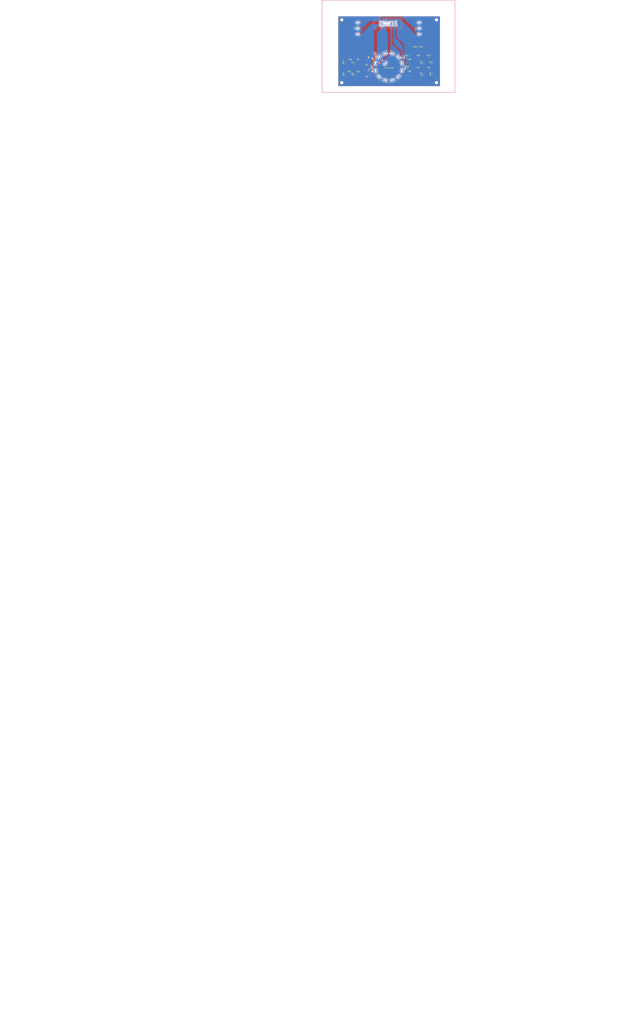
<source format=kicad_pcb>
(kicad_pcb
	(version 20240108)
	(generator "pcbnew")
	(generator_version "8.0")
	(general
		(thickness 1.6)
		(legacy_teardrops no)
	)
	(paper "A4")
	(layers
		(0 "F.Cu" signal)
		(31 "B.Cu" signal)
		(34 "B.Paste" user)
		(35 "F.Paste" user)
		(36 "B.SilkS" user "B.Silkscreen")
		(37 "F.SilkS" user "F.Silkscreen")
		(38 "B.Mask" user)
		(39 "F.Mask" user)
		(44 "Edge.Cuts" user)
		(45 "Margin" user)
		(46 "B.CrtYd" user "B.Courtyard")
		(47 "F.CrtYd" user "F.Courtyard")
		(48 "B.Fab" user)
		(49 "F.Fab" user)
	)
	(setup
		(stackup
			(layer "F.SilkS"
				(type "Top Silk Screen")
				(color "White")
			)
			(layer "F.Paste"
				(type "Top Solder Paste")
			)
			(layer "F.Mask"
				(type "Top Solder Mask")
				(color "Black")
				(thickness 0.01)
			)
			(layer "F.Cu"
				(type "copper")
				(thickness 0.035)
			)
			(layer "dielectric 1"
				(type "core")
				(thickness 1.51)
				(material "FR4")
				(epsilon_r 4.5)
				(loss_tangent 0.02)
			)
			(layer "B.Cu"
				(type "copper")
				(thickness 0.035)
			)
			(layer "B.Mask"
				(type "Bottom Solder Mask")
				(color "Black")
				(thickness 0.01)
			)
			(layer "B.Paste"
				(type "Bottom Solder Paste")
			)
			(layer "B.SilkS"
				(type "Bottom Silk Screen")
				(color "White")
			)
			(copper_finish "None")
			(dielectric_constraints yes)
		)
		(pad_to_mask_clearance 0)
		(allow_soldermask_bridges_in_footprints no)
		(aux_axis_origin 83.75 126.71)
		(grid_origin 83.75 126.71)
		(pcbplotparams
			(layerselection 0x00010fc_ffffffff)
			(plot_on_all_layers_selection 0x0000000_00000000)
			(disableapertmacros no)
			(usegerberextensions no)
			(usegerberattributes yes)
			(usegerberadvancedattributes yes)
			(creategerberjobfile yes)
			(dashed_line_dash_ratio 12.000000)
			(dashed_line_gap_ratio 3.000000)
			(svgprecision 4)
			(plotframeref no)
			(viasonmask no)
			(mode 1)
			(useauxorigin no)
			(hpglpennumber 1)
			(hpglpenspeed 20)
			(hpglpendiameter 15.000000)
			(pdf_front_fp_property_popups yes)
			(pdf_back_fp_property_popups yes)
			(dxfpolygonmode yes)
			(dxfimperialunits yes)
			(dxfusepcbnewfont yes)
			(psnegative no)
			(psa4output no)
			(plotreference yes)
			(plotvalue yes)
			(plotfptext yes)
			(plotinvisibletext no)
			(sketchpadsonfab no)
			(subtractmaskfromsilk no)
			(outputformat 1)
			(mirror no)
			(drillshape 0)
			(scaleselection 1)
			(outputdirectory "manufacturing/")
		)
	)
	(net 0 "")
	(net 1 "/ENG 1 Master")
	(net 2 "GND")
	(net 3 "/ENG 2 Master")
	(net 4 "Net-(D7-A)")
	(net 5 "Net-(D8-A)")
	(net 6 "Net-(D9-A)")
	(net 7 "Net-(D10-K)")
	(net 8 "/PWM_1")
	(net 9 "VBUS")
	(net 10 "/ENG 1 Fire")
	(net 11 "/ENG 1 Fault")
	(net 12 "/ENG 2 Fire")
	(net 13 "/ENG 2 Fault")
	(net 14 "+3V3")
	(net 15 "/MODE Start")
	(net 16 "Net-(D11-K)")
	(net 17 "Net-(D12-A)")
	(net 18 "Net-(D13-K)")
	(net 19 "Net-(D14-K)")
	(net 20 "Net-(D13-A)")
	(net 21 "Net-(D11-A)")
	(net 22 "Net-(D14-A)")
	(net 23 "Net-(D10-A)")
	(net 24 "/MODE Crank")
	(net 25 "unconnected-(SW3-Pad2)")
	(net 26 "unconnected-(SW3-Pad3)")
	(net 27 "unconnected-(SW3-Pad5)")
	(net 28 "unconnected-(SW3-Pad6)")
	(net 29 "unconnected-(SW3-Pad7)")
	(net 30 "unconnected-(SW3-Pad8)")
	(net 31 "unconnected-(SW3-Pad9)")
	(net 32 "unconnected-(SW3-Pad10)")
	(net 33 "unconnected-(SW3-Pad11)")
	(net 34 "unconnected-(SW3-Pad12)")
	(footprint "Resistor_SMD:R_0603_1608Metric" (layer "F.Cu") (at 153.15 107.31))
	(footprint "LED_SMD:LED_0603_1608Metric" (layer "F.Cu") (at 173.25 101.9225 90))
	(footprint "MountingHole:MountingHole_2.2mm_M2" (layer "F.Cu") (at 176.75 118.71))
	(footprint "Package_TO_SOT_SMD:SOT-23-3" (layer "F.Cu") (at 119.9125 101.96 180))
	(footprint "LED_SMD:LED_0603_1608Metric" (layer "F.Cu") (at 165.75 101.9225 90))
	(footprint "Resistor_SMD:R_0603_1608Metric" (layer "F.Cu") (at 152.925 98.11))
	(footprint "Resistor_SMD:R_0805_2012Metric" (layer "F.Cu") (at 113 108.21 180))
	(footprint "NiasStuff:C&K_Rotary_Switches" (layer "F.Cu") (at 137.901115 105.861115 90))
	(footprint "LED_SMD:LED_0603_1608Metric" (layer "F.Cu") (at 102.35 102.1225 90))
	(footprint "Package_TO_SOT_SMD:SOT-23-3" (layer "F.Cu") (at 155.3125 102.01))
	(footprint "MountingHole:MountingHole_2.2mm_M2" (layer "F.Cu") (at 99.75 67.71))
	(footprint "Resistor_SMD:R_0603_1608Metric" (layer "F.Cu") (at 123.35 108.685 90))
	(footprint "Resistor_SMD:R_0805_2012Metric" (layer "F.Cu") (at 170.5375 98.41))
	(footprint "LED_SMD:LED_0603_1608Metric" (layer "F.Cu") (at 109.75 102.1225 90))
	(footprint "Package_TO_SOT_SMD:SOT-23-3" (layer "F.Cu") (at 155.3125 111.71))
	(footprint "MountingHole:MountingHole_2.2mm_M2" (layer "F.Cu") (at 99.75 118.71))
	(footprint "Resistor_SMD:R_0805_2012Metric" (layer "F.Cu") (at 106.4625 98.31 180))
	(footprint "LED_SMD:LED_0603_1608Metric" (layer "F.Cu") (at 109.75 111.7225 90))
	(footprint "NiasStuff:SW_SPDT_YUEN-FUNG_MT-0-102-A101-M200-RS" (layer "F.Cu") (at 112.75 74.67 90))
	(footprint "LED_SMD:LED_0603_1608Metric" (layer "F.Cu") (at 165.75 111.7225 90))
	(footprint "LED_SMD:LED_0603_1608Metric" (layer "F.Cu") (at 102.35 111.7225 90))
	(footprint "Resistor_SMD:R_0805_2012Metric" (layer "F.Cu") (at 105.8375 108.11 180))
	(footprint "Package_TO_SOT_SMD:SOT-23-3" (layer "F.Cu") (at 120.0125 111.56 180))
	(footprint "LED_SMD:LED_0603_1608Metric" (layer "F.Cu") (at 173.15 111.7225 90))
	(footprint "Resistor_SMD:R_0603_1608Metric" (layer "F.Cu") (at 123.15 98.285 90))
	(footprint "Resistor_SMD:R_0805_2012Metric" (layer "F.Cu") (at 162.0375 98.31))
	(footprint "MountingHole:MountingHole_2.2mm_M2" (layer "F.Cu") (at 176.75 67.71))
	(footprint "Resistor_SMD:R_0805_2012Metric" (layer "F.Cu") (at 112.9375 98.31 180))
	(footprint "Resistor_SMD:R_0805_2012Metric" (layer "F.Cu") (at 162.1375 108.11))
	(footprint "NiasStuff:SW_SPDT_YUEN-FUNG_MT-0-102-A101-M200-RS" (layer "F.Cu") (at 162.75 74.67 90))
	(footprint "Resistor_SMD:R_0805_2012Metric" (layer "F.Cu") (at 170.6375 108.11))
	(footprint "Connector_IDC:IDC-Header_2x06_P2.54mm_Vertical" (layer "B.Cu") (at 131.15 69.57 -90))
	(gr_line
		(start 191.75 51.71)
		(end 83.75 51.71)
		(stroke
			(width 0.2)
			(type default)
		)
		(layer "F.Cu")
		(uuid "2287d75c-8675-4ecd-930e-3ab04c395ff1")
	)
	(gr_line
		(start 83.75 126.71)
		(end 191.75 126.71)
		(stroke
			(width 0.2)
			(type default)
		)
		(layer "F.Cu")
		(uuid "5946e71e-dbe5-480b-82bb-e3971b2e3d0a")
	)
	(gr_line
		(start 191.75 126.71)
		(end 191.75 51.71)
		(stroke
			(width 0.2)
			(type default)
		)
		(layer "F.Cu")
		(uuid "9fdd71b0-251e-44eb-8965-8709f16f790c")
	)
	(gr_line
		(start 83.75 51.71)
		(end 83.75 126.71)
		(stroke
			(width 0.2)
			(type default)
		)
		(layer "F.Cu")
		(uuid "f6cef0d5-231c-4ecf-b4ed-0cc4145c4c1d")
	)
	(gr_line
		(start 179.75 64.71)
		(end 96.75 64.71)
		(stroke
			(width 0.1)
			(type default)
		)
		(layer "Edge.Cuts")
		(uuid "4e4d6ce3-ba94-4b73-9b05-3a6bb8883741")
	)
	(gr_line
		(start 96.75 64.71)
		(end 96.75 121.71)
		(stroke
			(width 0.1)
			(type default)
		)
		(layer "Edge.Cuts")
		(uuid "97d15dc0-275c-4edc-beb3-f608bdc6c5ea")
	)
	(gr_line
		(start 96.75 121.71)
		(end 179.75 121.71)
		(stroke
			(width 0.1)
			(type default)
		)
		(layer "Edge.Cuts")
		(uuid "a95ad34a-788c-4d24-8666-89efeb3f952c")
	)
	(gr_line
		(start 179.75 121.71)
		(end 179.75 64.71)
		(stroke
			(width 0.1)
			(type default)
		)
		(layer "Edge.Cuts")
		(uuid "f0206762-0618-4121-8e43-d3aef1db6121")
	)
	(gr_line
		(start -146.543789 166.844059)
		(end -146.132514 166.412648)
		(stroke
			(width 0.6108)
			(type solid)
		)
		(layer "F.Fab")
		(uuid "0024b4d8-43e1-47eb-9c31-444c08f8f409")
	)
	(gr_line
		(start -149.770525 175.196422)
		(end -149.754363 174.557179)
		(stroke
			(width 0.6108)
			(type solid)
		)
		(layer "F.Fab")
		(uuid "004e0644-4775-4c4b-bc11-84f57af62d77")
	)
	(gr_line
		(start 293.578246 207.077397)
		(end 298.080089 199.279927)
		(stroke
			(width 0.840559)
			(type solid)
		)
		(layer "F.Fab")
		(uuid "00518f73-94e6-49dc-bb7e-08c3a0439145")
	)
	(gr_line
		(start -165.081702 304.82526)
		(end -165.075601 304.744528)
		(stroke
			(width 0.610102)
			(type solid)
		)
		(layer "F.Fab")
		(uuid "005cc859-a376-476d-83be-51664deb68af")
	)
	(gr_line
		(start 301.360318 126.942159)
		(end 301.533119 127.380422)
		(stroke
			(width 0.610102)
			(type solid)
		)
		(layer "F.Fab")
		(uuid "0069ead8-7c23-4ba7-b2ee-ff59fa986744")
	)
	(gr_line
		(start 197.566692 70.316423)
		(end 197.734071 69.726947)
		(stroke
			(width 0.6108)
			(type solid)
		)
		(layer "F.Fab")
		(uuid "006fb5f4-1828-494e-8630-2a9c0c8bcc84")
	)
	(gr_line
		(start -146.934176 148.682127)
		(end -147.302912 148.212856)
		(stroke
			(width 0.6108)
			(type solid)
		)
		(layer "F.Fab")
		(uuid "00aa022c-f343-4add-9b45-6c302c9442d0")
	)
	(gr_line
		(start 312.94451 179.589794)
		(end 306.759443 186.960903)
		(stroke
			(width 0.840559)
			(type solid)
		)
		(layer "F.Fab")
		(uuid "00ad7e07-9502-4e79-9aaa-5c4c97980ca3")
	)
	(gr_line
		(start 298.361814 337.21442)
		(end 298.172181 338.036055)
		(stroke
			(width 0.989711)
			(type solid)
		)
		(layer "F.Fab")
		(uuid "00f61d41-ffd7-4f87-90e5-d521b000a1a3")
	)
	(gr_line
		(start 223.713393 108.444123)
		(end 223.713393 148.950408)
		(stroke
			(width 0.830953)
			(type solid)
		)
		(layer "F.Fab")
		(uuid "012492dd-c5cc-454f-9c53-9d67fc0c2daa")
	)
	(gr_line
		(start -147.302926 133.348149)
		(end -146.934187 132.878884)
		(stroke
			(width 0.6108)
			(type solid)
		)
		(layer "F.Fab")
		(uuid "012e8a9c-93fb-4413-8099-abeeacdbb592")
	)
	(gr_line
		(start 197.239771 74.691)
		(end 197.191804 74.060151)
		(stroke
			(width 0.6108)
			(type solid)
		)
		(layer "F.Fab")
		(uuid "0142ea7b-d2ea-476b-a094-2ead4895adb9")
	)
	(gr_line
		(start -113.383261 312.102689)
		(end -113.079929 311.75251)
		(stroke
			(width 0.610102)
			(type solid)
		)
		(layer "F.Fab")
		(uuid "0170b50d-2377-4ecb-b823-8ab486e85bc2")
	)
	(gr_line
		(start 151.318718 75.898334)
		(end 151.273397 75.30229)
		(stroke
			(width 0.741967)
			(type solid)
		)
		(layer "F.Fab")
		(uuid "01908556-f144-4c88-accf-22e828688fc8")
	)
	(gr_line
		(start -6.044638 363.455844)
		(end -5.805965 363.083549)
		(stroke
			(width 0.712204)
			(type solid)
		)
		(layer "F.Fab")
		(uuid "0199277c-85f6-419a-9a4c-26ae96228760")
	)
	(gr_line
		(start -137.988837 162.790453)
		(end -137.349665 162.77429)
		(stroke
			(width 0.6108)
			(type solid)
		)
		(layer "F.Fab")
		(uuid "019a52d5-430b-4c8a-831e-f62bfad03711")
	)
	(gr_line
		(start -116.402351 81.009945)
		(end -115.658351 81.346301)
		(stroke
			(width 0.830953)
			(type solid)
		)
		(layer "F.Fab")
		(uuid "01db73c4-92df-4f01-b12d-f97be3650a1a")
	)
	(gr_line
		(start 1.802817 359.037986)
		(end 2.275006 359.049925)
		(stroke
			(width 0.712204)
			(type solid)
		)
		(layer "F.Fab")
		(uuid "01f34a79-ab32-4e55-afd6-19e12c3fdf92")
	)
	(gr_line
		(start 313.907843 370.443846)
		(end 313.587128 370.570301)
		(stroke
			(width 0.610511)
			(type solid)
		)
		(layer "F.Fab")
		(uuid "02640946-f4fb-44c7-93ae-f10f50f33c9f")
	)
	(gr_line
		(start -113.079929 324.730579)
		(end -113.383261 324.380401)
		(stroke
			(width 0.610102)
			(type solid)
		)
		(layer "F.Fab")
		(uuid "02bea765-9d07-4e59-9e07-d6486fbcc022")
	)
	(gr_line
		(start 174.595312 76.485713)
		(end 174.492102 77.063688)
		(stroke
			(width 0.741967)
			(type solid)
		)
		(layer "F.Fab")
		(uuid "02c5fec7-5050-4f76-ba31-5bc3de94255c")
	)
	(gr_line
		(start -53.626831 828.587292)
		(end -53.626831 847.541043)
		(stroke
			(width 0.966959)
			(type solid)
		)
		(layer "F.Fab")
		(uuid "02ca998c-2f24-4b8d-a17c-a15a6cab73c3")
	)
	(gr_line
		(start 122.699396 68.612365)
		(end 122.982006 69.103866)
		(stroke
			(width 0.741967)
			(type solid)
		)
		(layer "F.Fab")
		(uuid "033f424e-58ff-459d-b189-c56ee36e9dd2")
	)
	(gr_line
		(start -108.348076 308.894497)
		(end -107.88116 308.786733)
		(stroke
			(width 0.610102)
			(type solid)
		)
		(layer "F.Fab")
		(uuid "035b206d-35e3-40d6-b8b2-52e13460b440")
	)
	(gr_line
		(start 270.921606 346.896483)
		(end 270.305397 346.362709)
		(stroke
			(width 0.989711)
			(type solid)
		)
		(layer "F.Fab")
		(uuid "03652d90-4f09-4b13-b371-651688c08a1f")
	)
	(gr_line
		(start 123.476243 70.129828)
		(end 123.686395 70.662814)
		(stroke
			(width 0.741967)
			(type solid)
		)
		(layer "F.Fab")
		(uuid "038d2b87-d550-49be-aa69-43e64c013e93")
	)
	(gr_line
		(start -107.405905 327.781229)
		(end -107.88116 327.696357)
		(stroke
			(width 0.610102)
			(type solid)
		)
		(layer "F.Fab")
		(uuid "03a65102-097b-427c-a815-6e3e9d92f433")
	)
	(gr_line
		(start 304.105622 363.572979)
		(end 304.132895 363.214318)
		(stroke
			(width 0.610511)
			(type solid)
		)
		(layer "F.Fab")
		(uuid "03a8d6a9-3bca-42ce-ade6-10fee2ecc1d2")
	)
	(gr_line
		(start -23.262192 291.802102)
		(end -23.531261 292.180479)
		(stroke
			(width 0.610102)
			(type solid)
		)
		(layer "F.Fab")
		(uuid "03bae4bb-250a-406b-b255-7363bca6e19f")
	)
	(gr_line
		(start -48.184047 791.146693)
		(end -53.626831 791.146693)
		(stroke
			(width 0.966959)
			(type solid)
		)
		(layer "F.Fab")
		(uuid "03bca34e-5e3b-4a46-a086-51e5f9f1a353")
	)
	(gr_line
		(start 296.657118 341.886774)
		(end 296.248195 342.597958)
		(stroke
			(width 0.989711)
			(type solid)
		)
		(layer "F.Fab")
		(uuid "03bfccc6-baeb-4547-8506-61ca995e9255")
	)
	(gr_line
		(start -71.178728 81.346301)
		(end -70.454517 81.71722)
		(stroke
			(width 0.830953)
			(type solid)
		)
		(layer "F.Fab")
		(uuid "03c4f725-8f46-4aa0-8e1c-787d30730381")
	)
	(gr_line
		(start 304.524976 361.50811)
		(end 304.651429 361.187393)
		(stroke
			(width 0.610511)
			(type solid)
		)
		(layer "F.Fab")
		(uuid "03df0a46-c29d-4034-ac0b-fef768aedeea")
	)
	(gr_line
		(start -29.319866 295.861016)
		(end -29.795121 295.945887)
		(stroke
			(width 0.610102)
			(type solid)
		)
		(layer "F.Fab")
		(uuid "04464910-6aff-4e93-a24e-893883109d3d")
	)
	(gr_line
		(start 6.009282 341.971246)
		(end 7.268492 342.196118)
		(stroke
			(width 0.910206)
			(type solid)
		)
		(layer "F.Fab")
		(uuid "0446e12d-6de5-4538-afca-d20cf6d4f286")
	)
	(gr_line
		(start 315.927774 460.312735)
		(end 315.895811 460.253795)
		(stroke
			(width 0.9003)
			(type solid)
		)
		(layer "F.Fab")
		(uuid "0480eb7e-b106-43d4-b8ab-c2b3d259495f")
	)
	(gr_line
		(start 218.038613 136.43218)
		(end 217.739532 136.952381)
		(stroke
			(width 0.6108)
			(type solid)
		)
		(layer "F.Fab")
		(uuid "0493c8a8-f71f-46d3-84ae-5178f49642fb")
	)
	(gr_line
		(start 168.167998 738.40021)
		(end 168.206502 738.097196)
		(stroke
			(width 0.610511)
			(type solid)
		)
		(layer "F.Fab")
		(uuid "04949cdb-7205-4430-88e3-b165a570a752")
	)
	(gr_line
		(start 220.792509 68.03542)
		(end 221.04125 68.585672)
		(stroke
			(width 0.6108)
			(type solid)
		)
		(layer "F.Fab")
		(uuid "049c1378-e21e-4cd8-b8af-4518c7159262")
	)
	(gr_line
		(start -164.044431 333.507471)
		(end -164.116493 333.479158)
		(stroke
			(width 0.610102)
			(type solid)
		)
		(layer "F.Fab")
		(uuid "04a14044-e53d-4ce8-90b6-241f229c38c9")
	)
	(gr_line
		(start 122.699396 80.784267)
		(end 122.394109 81.260465)
		(stroke
			(width 0.741967)
			(type solid)
		)
		(layer "F.Fab")
		(uuid "04e8f883-bc9f-493f-b89e-7e1652ceabc9")
	)
	(gr_line
		(start -115.537229 319.228291)
		(end -115.574498 318.738178)
		(stroke
			(width 0.610102)
			(type solid)
		)
		(layer "F.Fab")
		(uuid "04e9c27d-3ca4-420f-86bd-bce3be905c85")
	)
	(gr_line
		(start 211.488116 61.14193)
		(end 212.099776 61.251173)
		(stroke
			(width 0.6108)
			(type solid)
		)
		(layer "F.Fab")
		(uuid "050f885c-d4a3-4fed-821d-83c08e1e910a")
	)
	(gr_line
		(start 100.985539 73.498297)
		(end 101.060178 72.910919)
		(stroke
			(width 0.741967)
			(type solid)
		)
		(layer "F.Fab")
		(uuid "051ae2e2-e041-4f8e-9713-ae50b4beceb4")
	)
	(gr_line
		(start -40.330125 289.724499)
		(end -40.481854 289.276079)
		(stroke
			(width 0.610102)
			(type solid)
		)
		(layer "F.Fab")
		(uuid "052d8e62-9215-49db-a911-2ceca0b7cde0")
	)
	(gr_line
		(start 317.792689 361.50811)
		(end 317.903721 361.836259)
		(stroke
			(width 0.610511)
			(type solid)
		)
		(layer "F.Fab")
		(uuid "052db6dd-5a68-4809-81a2-3f55c9be17f7")
	)
	(gr_poly
		(pts
			(xy -135.107577 858.853165) (xy -141.97915 865.724699) (xy -141.97915 863.627958) (xy -135.107577 856.756424)
		)
		(stroke
			(width 0)
			(type solid)
		)
		(fill solid)
		(layer "F.Fab")
		(uuid "0541033e-235b-4489-87f1-eafd088d1106")
	)
	(gr_line
		(start 316.205467 441.078007)
		(end 316.251981 441.038905)
		(stroke
			(width 0.9003)
			(type solid)
		)
		(layer "F.Fab")
		(uuid "057105ea-db59-4936-b6e6-3aad339d998c")
	)
	(gr_line
		(start 56.711019 206.349116)
		(end 56.711019 222.034589)
		(stroke
			(width 0.660672)
			(type solid)
		)
		(layer "F.Fab")
		(uuid "0583c706-e092-493d-962c-c67910abdad5")
	)
	(gr_line
		(start -39.750928 291.006386)
		(end -39.964056 290.590259)
		(stroke
			(width 0.610102)
			(type solid)
		)
		(layer "F.Fab")
		(uuid "0587e9d1-7028-4c69-94ea-fc4cc24017f9")
	)
	(gr_line
		(start -114.422245 313.641363)
		(end -114.189864 313.237213)
		(stroke
			(width 0.610102)
			(type solid)
		)
		(layer "F.Fab")
		(uuid "05c6b2c1-d0d0-407f-a664-1d48453c531a")
	)
	(gr_line
		(start -126.727063 181.637758)
		(end -127.050143 182.141762)
		(stroke
			(width 0.6108)
			(type solid)
		)
		(layer "F.Fab")
		(uuid "05cdf5e4-86d7-4be1-8094-cf1160ce3316")
	)
	(gr_line
		(start -38.998448 292.180479)
		(end -39.267518 291.802102)
		(stroke
			(width 0.610102)
			(type solid)
		)
		(layer "F.Fab")
		(uuid "05f5828b-135f-479f-979c-662d91807a57")
	)
	(gr_line
		(start 340.87774 459.998436)
		(end 340.829465 460.129847)
		(stroke
			(width 0.9003)
			(type solid)
		)
		(layer "F.Fab")
		(uuid "05f624c1-9be8-4930-8dfe-c96a2bf4cb72")
	)
	(gr_line
		(start 180.246111 739.019268)
		(end 180.238233 739.330842)
		(stroke
			(width 0.610511)
			(type solid)
		)
		(layer "F.Fab")
		(uuid "06a14602-1690-4295-9e94-0ab940598053")
	)
	(gr_line
		(start 212.700702 61.389882)
		(end 213.290114 61.557276)
		(stroke
			(width 0.6108)
			(type solid)
		)
		(layer "F.Fab")
		(uuid "06a74ba7-811b-4e63-bfe4-46ede0f62f9b")
	)
	(gr_line
		(start -124.928844 175.196422)
		(end -124.945006 175.835666)
		(stroke
			(width 0.6108)
			(type solid)
		)
		(layer "F.Fab")
		(uuid "06f1df40-9e49-44a6-8c00-3ae239279ba9")
	)
	(gr_line
		(start -40.719667 284.461215)
		(end -40.611903 283.994299)
		(stroke
			(width 0.610102)
			(type solid)
		)
		(layer "F.Fab")
		(uuid "071eed83-be06-44b2-b531-d03f90af7dc3")
	)
	(gr_line
		(start -126.153681 169.810905)
		(end -125.904941 170.361158)
		(stroke
			(width 0.6108)
			(type solid)
		)
		(layer "F.Fab")
		(uuid "073f78bd-13ac-4197-80b1-1edc79ac7560")
	)
	(gr_line
		(start -24.121097 292.895238)
		(end -24.440651 293.230407)
		(stroke
			(width 0.610102)
			(type solid)
		)
		(layer "F.Fab")
		(uuid "0761f818-4cdd-4a8f-9416-d6fbdd128536")
	)
	(gr_line
		(start 316.608528 368.428774)
		(end 316.386554 368.685032)
		(stroke
			(width 0.610511)
			(type solid)
		)
		(layer "F.Fab")
		(uuid "0771995b-efa9-4ecf-a98e-c1e042164044")
	)
	(gr_line
		(start 319.003208 526.124066)
		(end 300.466599 534.797633)
		(stroke
			(width 1.219759)
			(type solid)
		)
		(layer "F.Fab")
		(uuid "078908e1-aa58-43ef-b837-4babc825e736")
	)
	(gr_line
		(start 180.176348 739.94134)
		(end 180.123102 740.239502)
		(stroke
			(width 0.610511)
			(type solid)
		)
		(layer "F.Fab")
		(uuid "07955a83-85b6-4032-825a-af68b28c81c8")
	)
	(gr_line
		(start 219.181012 65.519302)
		(end 219.549748 65.988572)
		(stroke
			(width 0.6108)
			(type solid)
		)
		(layer "F.Fab")
		(uuid "07ab9f0c-943f-40ff-91cf-5eb78bdab53e")
	)
	(gr_line
		(start 258.679668 63.120309)
		(end 259.16664 63.466641)
		(stroke
			(width 0.6108)
			(type solid)
		)
		(layer "F.Fab")
		(uuid "07acede4-7284-45e8-bbb8-52ffd876ad38")
	)
	(gr_line
		(start -106.432805 327.879871)
		(end -106.922918 327.842602)
		(stroke
			(width 0.610102)
			(type solid)
		)
		(layer "F.Fab")
		(uuid "07cb1782-0a75-4ab1-b5f5-6e3e7facce72")
	)
	(gr_line
		(start 174.715267 75.30229)
		(end 174.669946 75.898334)
		(stroke
			(width 0.741967)
			(type solid)
		)
		(layer "F.Fab")
		(uuid "07cd31f8-1841-42fa-917b-c1521aa7d0bb")
	)
	(gr_line
		(start 188.525436 452.312116)
		(end 188.463329 451.96433)
		(stroke
			(width 0.610511)
			(type solid)
		)
		(layer "F.Fab")
		(uuid "07e7419c-435e-4e95-8373-393f23ac8726")
	)
	(gr_line
		(start 281.724157 350.774501)
		(end 280.850234 350.752403)
		(stroke
			(width 0.989711)
			(type solid)
		)
		(layer "F.Fab")
		(uuid "08253c12-9f2f-479c-9a32-f76489095b2d")
	)
	(gr_line
		(start 311.522264 356.883162)
		(end 311.880924 356.910435)
		(stroke
			(width 0.610511)
			(type solid)
		)
		(layer "F.Fab")
		(uuid "0831dda9-3be4-4ae1-89b2-d1000c51644c")
	)
	(gr_line
		(start -40.157324 282.649646)
		(end -39.964056 282.222148)
		(stroke
			(width 0.610102)
			(type solid)
		)
		(layer "F.Fab")
		(uuid "083eccf9-70c6-4d96-980d-2e7e227b4306")
	)
	(gr_line
		(start 188.93695 453.637799)
		(end 188.810497 453.317085)
		(stroke
			(width 0.610511)
			(type solid)
		)
		(layer "F.Fab")
		(uuid "086282a3-fc06-4a49-a050-f40118ebf409")
	)
	(gr_line
		(start 285.978814 123.554953)
		(end 286.328992 123.25162)
		(stroke
			(width 0.610102)
			(type solid)
		)
		(layer "F.Fab")
		(uuid "08631abc-6301-4811-9077-bf51115f9691")
	)
	(gr_line
		(start 257.120023 62.22376)
		(end 257.655579 62.498088)
		(stroke
			(width 0.6108)
			(type solid)
		)
		(layer "F.Fab")
		(uuid "087fdd8a-91f3-4656-bf0f-d3e998b89bdc")
	)
	(gr_line
		(start 201.103709 446.663227)
		(end 201.30061 446.94012)
		(stroke
			(width 0.610511)
			(type solid)
		)
		(layer "F.Fab")
		(uuid "0893c376-1e33-4572-a1ca-af4520799536")
	)
	(gr_line
		(start 197.929351 69.149764)
		(end 198.151753 68.585657)
		(stroke
			(width 0.6108)
			(type solid)
		)
		(layer "F.Fab")
		(uuid "08ac57ac-679b-4bff-9fc6-9c6e41cd170e")
	)
	(gr_line
		(start 16.942816 80.709209)
		(end 17.70555 81.009945)
		(stroke
			(width 0.830953)
			(type solid)
		)
		(layer "F.Fab")
		(uuid "08b0e6c8-e64b-4a3b-ad96-53733574594c")
	)
	(gr_line
		(start 151.318718 73.498297)
		(end 151.393352 72.910919)
		(stroke
			(width 0.741967)
			(type solid)
		)
		(layer "F.Fab")
		(uuid "08b70294-3e3f-4e94-a312-b908beb0748b")
	)
	(gr_line
		(start -118.74253 80.218814)
		(end -117.945496 80.445147)
		(stroke
			(width 0.830953)
			(type solid)
		)
		(layer "F.Fab")
		(uuid "08c7508c-5a9a-4168-b532-3f6615d035b5")
	)
	(gr_line
		(start -105.439539 327.879871)
		(end -105.936172 327.892429)
		(stroke
			(width 0.610102)
			(type solid)
		)
		(layer "F.Fab")
		(uuid "08e1833a-b34c-4379-9fe1-eead7b1de3f6")
	)
	(gr_line
		(start 314.525198 370.146449)
		(end 314.220681 370.302414)
		(stroke
			(width 0.610511)
			(type solid)
		)
		(layer "F.Fab")
		(uuid "08ec7d09-6bd5-49d7-a7a8-7e2cd2a35d5e")
	)
	(gr_line
		(start 198.151753 78.256161)
		(end 197.929351 77.692052)
		(stroke
			(width 0.6108)
			(type solid)
		)
		(layer "F.Fab")
		(uuid "09041003-0bea-4333-b533-8f40aa44f571")
	)
	(gr_line
		(start -164.186767 303.477394)
		(end -164.116493 303.445722)
		(stroke
			(width 0.610102)
			(type solid)
		)
		(layer "F.Fab")
		(uuid "0917cce3-f128-43dc-bcd3-0943ee592ff0")
	)
	(gr_line
		(start 315.838387 460.129847)
		(end 315.81307 460.065027)
		(stroke
			(width 0.9003)
			(type solid)
		)
		(layer "F.Fab")
		(uuid "0964762c-53f8-4cd2-a4eb-c8c9f54d1e93")
	)
	(gr_line
		(start 196.817329 137.456368)
		(end 196.49425 136.952363)
		(stroke
			(width 0.6108)
			(type solid)
		)
		(layer "F.Fab")
		(uuid "09766d9f-43db-4f88-8cca-a7d106a0779a")
	)
	(gr_line
		(start 174.669946 75.898334)
		(end 174.595312 76.485713)
		(stroke
			(width 0.741967)
			(type solid)
		)
		(layer "F.Fab")
		(uuid "09932d24-395d-4460-b9e3-5eac822dd992")
	)
	(gr_line
		(start 251.464281 140.238392)
		(end 250.981294 140.299765)
		(stroke
			(width 0.610102)
			(type solid)
		)
		(layer "F.Fab")
		(uuid "09960ee7-77cb-4416-a8c8-f01e90df0f20")
	)
	(gr_line
		(start 171.566463 733.561637)
		(end 171.834663 733.440387)
		(stroke
			(width 0.610511)
			(type solid)
		)
		(layer "F.Fab")
		(uuid "09b218c1-c875-4845-a7e5-1655a9aa1a28")
	)
	(gr_line
		(start 4.531439 359.450516)
		(end 4.957788 359.594777)
		(stroke
			(width 0.712204)
			(type solid)
		)
		(layer "F.Fab")
		(uuid "09bc948e-3c3b-494b-b9e9-37f2421e4aea")
	)
	(gr_line
		(start 259.44936 128.753733)
		(end 259.534232 129.228989)
		(stroke
			(width 0.610102)
			(type solid)
		)
		(layer "F.Fab")
		(uuid "09cef245-b1ff-4dd7-b885-275d1000f6bd")
	)
	(gr_line
		(start -115.15317 315.371669)
		(end -115.001442 314.923249)
		(stroke
			(width 0.610102)
			(type solid)
		)
		(layer "F.Fab")
		(uuid "09cfeb90-26d2-4901-9739-80e102d6c644")
	)
	(gr_line
		(start 276.674039 317.572637)
		(end 277.479931 317.343789)
		(stroke
			(width 0.989711)
			(type solid)
		)
		(layer "F.Fab")
		(uuid "09f6b8b9-1e19-4259-bb17-eaf38cee5ae8")
	)
	(gr_line
		(start 153.262472 81.260465)
		(end 152.957204 80.784267)
		(stroke
			(width 0.741967)
			(type solid)
		)
		(layer "F.Fab")
		(uuid "0a0b3bfd-d7bb-42b3-8d0e-51640460a91a")
	)
	(gr_line
		(start -134.846446 163.026665)
		(end -134.245521 163.165374)
		(stroke
			(width 0.6108)
			(type solid)
		)
		(layer "F.Fab")
		(uuid "0a1656f3-3805-4063-b88a-aa0231e4cdad")
	)
	(gr_line
		(start 192.695343 444.381358)
		(end 193.016058 444.254903)
		(stroke
			(width 0.610511)
			(type solid)
		)
		(layer "F.Fab")
		(uuid "0a211a8e-f23a-4526-b0d1-83723b29a418")
	)
	(gr_line
		(start 217.416418 123.565751)
		(end 217.739498 124.069755)
		(stroke
			(width 0.6108)
			(type solid)
		)
		(layer "F.Fab")
		(uuid "0a271106-9fe2-4942-91ec-559f4b913f9e")
	)
	(gr_line
		(start -134.959105 332.017787)
		(end -134.961161 332.09962)
		(stroke
			(width 0.610102)
			(type solid)
		)
		(layer "F.Fab")
		(uuid "0a50a5dc-1cec-414f-8c81-aef741a47539")
	)
	(gr_line
		(start 156.432485 64.965989)
		(end 156.908659 64.660704)
		(stroke
			(width 0.741967)
			(type solid)
		)
		(layer "F.Fab")
		(uuid "0a5e2852-f4a4-45df-a1ff-1d3c49f29e44")
	)
	(gr_line
		(start 317.368841 360.570036)
		(end 317.524805 360.874554)
		(stroke
			(width 0.610511)
			(type solid)
		)
		(layer "F.Fab")
		(uuid "0a6b6cd9-a98b-4a5d-bba8-a38a0ead3fc0")
	)
	(gr_line
		(start 340.632052 441.261571)
		(end 340.670012 441.313778)
		(stroke
			(width 0.9003)
			(type solid)
		)
		(layer "F.Fab")
		(uuid "0a955cd1-cae0-4751-b874-f3f50f14de5e")
	)
	(gr_line
		(start -22.962526 83.525429)
		(end -22.353089 84.053338)
		(stroke
			(width 0.830953)
			(type solid)
		)
		(layer "F.Fab")
		(uuid "0aa49863-bf5c-41ed-88cf-c896d268359b")
	)
	(gr_line
		(start 197.427995 75.9244)
		(end 197.318762 75.312676)
		(stroke
			(width 0.6108)
			(type solid)
		)
		(layer "F.Fab")
		(uuid "0ab29502-2840-454b-aa4f-a5c9ff1262c6")
	)
	(gr_line
		(start 194.696014 130.511064)
		(end 194.712176 129.87182)
		(stroke
			(width 0.6108)
			(type solid)
		)
		(layer "F.Fab")
		(uuid "0ab7d664-fe8c-4fb9-820e-cd2d9fc16882")
	)
	(gr_line
		(start -98.792414 311.75251)
		(end -98.489082 312.102689)
		(stroke
			(width 0.610102)
			(type solid)
		)
		(layer "F.Fab")
		(uuid "0abcc019-26e2-4135-a887-4d8fe48b490b")
	)
	(gr_line
		(start 283.25085 127.828842)
		(end 283.402579 127.380422)
		(stroke
			(width 0.610102)
			(type solid)
		)
		(layer "F.Fab")
		(uuid "0ac6bf94-2ad4-4785-9ebe-bafbb45bfca6")
	)
	(gr_line
		(start 132.024878 91.607043)
		(end 132.805286 91.342981)
		(stroke
			(width 0.830953)
			(type solid)
		)
		(layer "F.Fab")
		(uuid "0ae20aef-7b92-4c17-9827-bc6fc0e93538")
	)
	(gr_line
		(start 168.612544 741.37603)
		(end 168.504134 741.101077)
		(stroke
			(width 0.610511)
			(type solid)
		)
		(layer "F.Fab")
		(uuid "0afb146e-dc91-4208-b9a9-c7502b4a2c19")
	)
	(gr_line
		(start 121.718451 67.23263)
		(end 122.066881 67.676009)
		(stroke
			(width 0.741967)
			(type solid)
		)
		(layer "F.Fab")
		(uuid "0b09b8cb-26f4-4f73-a9b4-7735cf594d20")
	)
	(gr_line
		(start 17.515496 422.673443)
		(end 17.355881 423.88216)
		(stroke
			(width 2.359887)
			(type solid)
		)
		(layer "F.Fab")
		(uuid "0b176618-914b-49be-8b30-3bce16645639")
	)
	(gr_line
		(start 316.0358 441.261571)
		(end 316.117212 441.164546)
		(stroke
			(width 0.9003)
			(type solid)
		)
		(layer "F.Fab")
		(uuid "0b2bfcb9-843c-4b09-a2b3-375f6df2b842")
	)
	(gr_line
		(start 162.994332 62.961531)
		(end 163.59828 62.976803)
		(stroke
			(width 0.741967)
			(type solid)
		)
		(layer "F.Fab")
		(uuid "0b5e37da-830e-46f8-ac40-4143e8907051")
	)
	(gr_line
		(start -42.597293 414.945743)
		(end -42.318563 413.752195)
		(stroke
			(width 2.359887)
			(type solid)
		)
		(layer "F.Fab")
		(uuid "0b611f79-a1b7-4680-aef5-f8282cd9078b")
	)
	(gr_line
		(start -3.3275 360.605085)
		(end -2.955206 360.366411)
		(stroke
			(width 0.712204)
			(type solid)
		)
		(layer "F.Fab")
		(uuid "0b623a57-c445-4913-aa9b-ba370bb2663f")
	)
	(gr_line
		(start -142.734605 163.999236)
		(end -142.184408 163.750473)
		(stroke
			(width 0.6108)
			(type solid)
		)
		(layer "F.Fab")
		(uuid "0b882509-59b5-4c1f-93ad-90c1902b7269")
	)
	(gr_line
		(start 339.821405 440.82127)
		(end 339.880401 440.823226)
		(stroke
			(width 0.9003)
			(type solid)
		)
		(layer "F.Fab")
		(uuid "0bb86cec-afb8-4a6a-a192-2f43384a6e93")
	)
	(gr_line
		(start 178.262464 734.537476)
		(end 178.472739 734.737954)
		(stroke
			(width 0.610511)
			(type solid)
		)
		(layer "F.Fab")
		(uuid "0bbbcb41-b8e9-44b6-8459-6586bb9e55bb")
	)
	(gr_line
		(start 178.262464 743.501061)
		(end 178.042772 743.691362)
		(stroke
			(width 0.610511)
			(type solid)
		)
		(layer "F.Fab")
		(uuid "0bbc6c45-dd1e-4944-b84a-4b947a018531")
	)
	(gr_line
		(start 119.22391 64.965989)
		(end 119.68407 65.293214)
		(stroke
			(width 0.741967)
			(type solid)
		)
		(layer "F.Fab")
		(uuid "0bcad0a5-05e7-4ef3-ab3f-0b91765bc3c7")
	)
	(gr_line
		(start -35.021412 277.513735)
		(end -34.58315 277.340933)
		(stroke
			(width 0.610102)
			(type solid)
		)
		(layer "F.Fab")
		(uuid "0bcbffc6-f9c2-4405-8b21-a2dd3bfdd20d")
	)
	(gr_line
		(start 161.207012 86.299866)
		(end 160.629062 86.196651)
		(stroke
			(width 0.741967)
			(type solid)
		)
		(layer "F.Fab")
		(uuid "0bcda6c3-a682-4af2-aae5-01c8989a09b2")
	)
	(gr_line
		(start 17.423919 416.609812)
		(end 17.560564 417.81786)
		(stroke
			(width 2.359887)
			(type solid)
		)
		(layer "F.Fab")
		(uuid "0bd54452-95b0-4d4b-a35c-709f59dedc31")
	)
	(gr_line
		(start 317.524805 360.874554)
		(end 317.666235 361.187393)
		(stroke
			(width 0.610511)
			(type solid)
		)
		(layer "F.Fab")
		(uuid "0c041d0e-1d22-4571-ac1a-ddf689a07003")
	)
	(gr_line
		(start 207.704957 61.141928)
		(end 208.326574 61.062932)
		(stroke
			(width 0.6108)
			(type solid)
		)
		(layer "F.Fab")
		(uuid "0c0c374a-6cb6-4f88-bec0-befab17b7626")
	)
	(gr_line
		(start 284.214157 135.703046)
		(end 283.981775 135.298896)
		(stroke
			(width 0.610102)
			(type solid)
		)
		(layer "F.Fab")
		(uuid "0c21d572-2d4c-4a42-921b-35e82446c4a7")
	)
	(gr_line
		(start 179.649055 736.394306)
		(end 179.770306 736.662506)
		(stroke
			(width 0.610511)
			(type solid)
		)
		(layer "F.Fab")
		(uuid "0c3a1f2c-f320-491a-9668-a22c9790eee6")
	)
	(gr_line
		(start 198.674796 79.342032)
		(end 198.400495 78.806414)
		(stroke
			(width 0.6108)
			(type solid)
		)
		(layer "F.Fab")
		(uuid "0c41fa65-4655-4267-970e-021bba13929a")
	)
	(gr_line
		(start 118.176413 534.896692)
		(end 131.347194 538.437959)
		(stroke
			(width 1.219759)
			(type solid)
		)
		(layer "F.Fab")
		(uuid "0c7fabe0-4bb0-4f81-acc3-363845c0b766")
	)
	(gr_line
		(start 12.06833 343.686071)
		(end 13.201005 344.198142)
		(stroke
			(width 0.910206)
			(type solid)
		)
		(layer "F.Fab")
		(uuid "0c827d89-8868-4b4c-9495-bc631b7657c1")
	)
	(gr_line
		(start 179.515346 741.905296)
		(end 179.369557 742.158848)
		(stroke
			(width 0.610511)
			(type solid)
		)
		(layer "F.Fab")
		(uuid "0c9af652-59cc-4a65-a9ec-a3567708201f")
	)
	(gr_line
		(start 284.310445 317.004808)
		(end 285.146751 317.154157)
		(stroke
			(width 0.989711)
			(type solid)
		)
		(layer "F.Fab")
		(uuid "0ca1d991-8f26-4d33-aedb-8c57a1e675bb")
	)
	(gr_line
		(start 279.13787 317.004808)
		(end 279.987782 316.896809)
		(stroke
			(width 0.989711)
			(type solid)
		)
		(layer "F.Fab")
		(uuid "0cc3bd74-9646-4318-ba70-8a7b62966494")
	)
	(gr_line
		(start 14.303553 344.762833)
		(end 15.374367 345.378538)
		(stroke
			(width 0.910206)
			(type solid)
		)
		(layer "F.Fab")
		(uuid "0cf9fa61-f460-4621-9f6b-bfbd0d7bacfa")
	)
	(gr_line
		(start -147.972307 168.755087)
		(end -147.649226 168.251083)
		(stroke
			(width 0.6108)
			(type solid)
		)
		(layer "F.Fab")
		(uuid "0d055a59-3c37-4481-8440-ce3292824295")
	)
	(gr_line
		(start 302.068906 131.68547)
		(end 302.007533 132.168456)
		(stroke
			(width 0.610102)
			(type solid)
		)
		(layer "F.Fab")
		(uuid "0d0de150-4407-4a86-9ec0-4b747c94ca63")
	)
	(gr_line
		(start -135.787708 303.512326)
		(end -135.721306 303.55042)
		(stroke
			(width 0.610102)
			(type solid)
		)
		(layer "F.Fab")
		(uuid "0d208f5c-7862-4809-9438-bc9aa2bf8f07")
	)
	(gr_line
		(start 108.093288 63.883865)
		(end 108.626275 63.673716)
		(stroke
			(width 0.741967)
			(type solid)
		)
		(layer "F.Fab")
		(uuid "0d360e41-f368-4e12-9a7a-110f5ccb80f8")
	)
	(gr_line
		(start -22.565654 282.222148)
		(end -22.372386 282.649646)
		(stroke
			(width 0.610102)
			(type solid)
		)
		(layer "F.Fab")
		(uuid "0d37dfb2-4aea-49b4-ac9a-7a1491b7c7fd")
	)
	(gr_line
		(start -83.455105 80.445147)
		(end -82.65807 80.218814)
		(stroke
			(width 0.830953)
			(type solid)
		)
		(layer "F.Fab")
		(uuid "0d477c78-f3b4-4a15-bbe8-ddce08b3ce7a")
	)
	(gr_line
		(start 306.164956 358.942515)
		(end 306.410228 358.708668)
		(stroke
			(width 0.610511)
			(type solid)
		)
		(layer "F.Fab")
		(uuid "0d4c55ab-a6f9-4e3a-b066-1f07f6db5a3b")
	)
	(gr_line
		(start -125.071961 142.672278)
		(end -125.181192 143.284004)
		(stroke
			(width 0.6108)
			(type solid)
		)
		(layer "F.Fab")
		(uuid "0d4d115d-a511-4b63-a7ca-d1801c32f1f6")
	)
	(gr_line
		(start 196.49425 136.952363)
		(end 196.195168 136.432163)
		(stroke
			(width 0.6108)
			(type solid)
		)
		(layer "F.Fab")
		(uuid "0d5407d3-8f56-4317-ba54-a54c31f4267a")
	)
	(gr_line
		(start 2.115152 341.676617)
		(end 3.431005 341.709889)
		(stroke
			(width 0.910206)
			(type solid)
		)
		(layer "F.Fab")
		(uuid "0d7a1e2e-517a-4a7f-adfd-bb5b0f38454f")
	)
	(gr_line
		(start -165.075601 332.180352)
		(end -165.081702 332.09962)
		(stroke
			(width 0.610102)
			(type solid)
		)
		(layer "F.Fab")
		(uuid "0d88dcaf-c05f-4a44-bad9-db086eac316f")
	)
	(gr_line
		(start -32.251601 276.805146)
		(end -31.761488 276.767877)
		(stroke
			(width 0.610102)
			(type solid)
		)
		(layer "F.Fab")
		(uuid "0d9eb534-c0d7-42fa-88ac-4bb75d5778fa")
	)
	(gr_line
		(start 33.558001 761.154235)
		(end 38.377695 761.154235)
		(stroke
			(width 0.610511)
			(type solid)
		)
		(layer "F.Fab")
		(uuid "0db05c26-9b0d-49c0-839a-79573e6e70f5")
	)
	(gr_line
		(start 340.967831 459.413272)
		(end 340.961912 459.566979)
		(stroke
			(width 0.9003)
			(type solid)
		)
		(layer "F.Fab")
		(uuid "0db16dba-e50d-4bb8-840a-d0c477a040e5")
	)
	(gr_line
		(start -141.620358 163.528053)
		(end -141.043235 163.332757)
		(stroke
			(width 0.6108)
			(type solid)
		)
		(layer "F.Fab")
		(uuid "0dc5cd05-750f-4b74-bf2c-07cd76f2c809")
	)
	(gr_line
		(start 254.99888 138.952401)
		(end 254.59473 139.184782)
		(stroke
			(width 0.610102)
			(type solid)
		)
		(layer "F.Fab")
		(uuid "0dc62a0d-4a7f-4db3-b34c-d4348cd80689")
	)
	(gr_line
		(start -128.15558 183.548786)
		(end -128.566856 183.980196)
		(stroke
			(width 0.6108)
			(type solid)
		)
		(layer "F.Fab")
		(uuid "0dcf9ec5-f57f-407f-a3b5-946cdea0456c")
	)
	(gr_line
		(start 259.16664 63.466641)
		(end 259.635857 63.835413)
		(stroke
			(width 0.6108)
			(type solid)
		)
		(layer "F.Fab")
		(uuid "0dd6fbf6-292b-4654-bf6c-f01e3551ab14")
	)
	(gr_line
		(start 208.957361 61.014961)
		(end 209.59654 60.998798)
		(stroke
			(width 0.6108)
			(type solid)
		)
		(layer "F.Fab")
		(uuid "0de970c9-f73e-40f1-994b-14ea5da0fe5c")
	)
	(gr_line
		(start -124.992972 142.050599)
		(end -125.071961 142.672278)
		(stroke
			(width 0.6108)
			(type solid)
		)
		(layer "F.Fab")
		(uuid "0df1e7cb-f3c3-400d-b7fe-cdc6ff8a97c6")
	)
	(gr_line
		(start 287.563361 349.743997)
		(end 286.774276 350.010993)
		(stroke
			(width 0.989711)
			(type solid)
		)
		(layer "F.Fab")
		(uuid "0dfd7570-c382-4de7-a78c-0f4d31f77948")
	)
	(gr_line
		(start -43.117076 419.784754)
		(end -43.076226 418.569689)
		(stroke
			(width 2.359887)
			(type solid)
		)
		(layer "F.Fab")
		(uuid "0e0417c2-72e7-4bb9-a70e-0ae0389f8dee")
	)
	(gr_line
		(start -39.518547 281.401871)
		(end -39.267518 281.010305)
		(stroke
			(width 0.610102)
			(type solid)
		)
		(layer "F.Fab")
		(uuid "0e0814fc-8b26-43a5-9e84-abca7c208281")
	)
	(gr_line
		(start -114.93414 81.71722)
		(end -114.230773 82.121648)
		(stroke
			(width 0.830953)
			(type solid)
		)
		(layer "F.Fab")
		(uuid "0e0a37ce-3224-46f6-9190-e56e7fa1bba3")
	)
	(gr_line
		(start 305.931111 368.685032)
		(end 305.709137 368.428774)
		(stroke
			(width 0.610511)
			(type solid)
		)
		(layer "F.Fab")
		(uuid "0e26bc24-989d-45fa-9653-1ea9c80fd8ee")
	)
	(gr_line
		(start -163.660729 333.595224)
		(end -163.740261 333.585176)
		(stroke
			(width 0.610102)
			(type solid)
		)
		(layer "F.Fab")
		(uuid "0e607cbf-9fbb-4df1-af9a-89bd55868490")
	)
	(gr_line
		(start 198.810719 444.678755)
		(end 199.106471 444.84881)
		(stroke
			(width 0.610511)
			(type solid)
		)
		(layer "F.Fab")
		(uuid "0e826745-7543-4c49-a9be-ba9f409642a9")
	)
	(gr_line
		(start -139.85289 128.610783)
		(end -139.24123 128.50154)
		(stroke
			(width 0.6108)
			(type solid)
		)
		(layer "F.Fab")
		(uuid "0eb214ac-f198-4a03-83fa-bb50cdffaabd")
	)
	(gr_line
		(start 124.263353 72.910919)
		(end 124.337992 73.498297)
		(stroke
			(width 0.741967)
			(type solid)
		)
		(layer "F.Fab")
		(uuid "0ed1d4ad-9903-4b42-8fec-195ca357cdee")
	)
	(gr_line
		(start 272.918032 319.267769)
		(end 273.629216 318.858847)
		(stroke
			(width 0.989711)
			(type solid)
		)
		(layer "F.Fab")
		(uuid "0ee0afb2-0e13-4c6a-8ebc-46e767a36131")
	)
	(gr_line
		(start 241.508475 135.298896)
		(end 241.295347 134.88277)
		(stroke
			(width 0.610102)
			(type solid)
		)
		(layer "F.Fab")
		(uuid "0ee2478c-1f76-48d7-9e2f-6d8993e6e59f")
	)
	(gr_line
		(start -140.453819 128.74949)
		(end -139.85289 128.610783)
		(stroke
			(width 0.6108)
			(type solid)
		)
		(layer "F.Fab")
		(uuid "0f1d7529-1d53-4f28-b872-f8bf7e19ee9b")
	)
	(gr_line
		(start 316.205467 460.659848)
		(end 316.16052 460.617935)
		(stroke
			(width 0.9003)
			(type solid)
		)
		(layer "F.Fab")
		(uuid "0f28f446-68e5-40d2-8fa1-f6d80b02a861")
	)
	(gr_line
		(start 198.151753 68.585657)
		(end 198.400495 68.035406)
		(stroke
			(width 0.6108)
			(type solid)
		)
		(layer "F.Fab")
		(uuid "0f3f1ede-500a-423c-ab48-429a4badb92c")
	)
	(gr_line
		(start -135.822281 735.863743)
		(end -135.822281 826.830854)
		(stroke
			(width 2.483759)
			(type solid)
		)
		(layer "F.Fab")
		(uuid "0f44e5ee-b4f9-4364-8db3-c70461aab60a")
	)
	(gr_line
		(start 293.454595 140.299765)
		(end 292.964482 140.337034)
		(stroke
			(width 0.610102)
			(type solid)
		)
		(layer "F.Fab")
		(uuid "0f7ffc8d-0a2a-47e8-90e1-9dd57d72d9e2")
	)
	(gr_line
		(start -79.107301 225.430509)
		(end -82.40532 225.430509)
		(stroke
			(width 0.792806)
			(type solid)
		)
		(layer "F.Fab")
		(uuid "0f9828da-7029-4a49-80f2-39f0f3599dd2")
	)
	(gr_line
		(start 170.459671 83.754991)
		(end 170.016314 84.103418)
		(stroke
			(width 0.741967)
			(type solid)
		)
		(layer "F.Fab")
		(uuid "0f9bc725-7a8a-4b8a-a491-41233fad2fad")
	)
	(gr_line
		(start 192.077988 444.678755)
		(end 192.382505 444.52279)
		(stroke
			(width 0.610511)
			(type solid)
		)
		(layer "F.Fab")
		(uuid "0fa6a43b-3501-4c8c-be91-e26d4ffeed94")
	)
	(gr_line
		(start -86.23763 819.239371)
		(end -86.23763 837.879359)
		(stroke
			(width 0.966959)
			(type solid)
		)
		(layer "F.Fab")
		(uuid "0fb2f064-683d-4568-a35e-71764b300471")
	)
	(gr_line
		(start -146.132514 166.412648)
		(end -145.701147 166.001331)
		(stroke
			(width 0.6108)
			(type solid)
		)
		(layer "F.Fab")
		(uuid "0fc50caa-a07c-4c81-830c-90531915f44f")
	)
	(gr_line
		(start 153.589679 67.676009)
		(end 153.938088 67.23263)
		(stroke
			(width 0.741967)
			(type solid)
		)
		(layer "F.Fab")
		(uuid "100b729b-12c7-4fcb-b825-e7eb264de8ff")
	)
	(gr_line
		(start 188.604296 452.6538)
		(end 188.525436 452.312116)
		(stroke
			(width 0.610511)
			(type solid)
		)
		(layer "F.Fab")
		(uuid "100cb253-2a85-4174-b5cc-a27150207e13")
	)
	(gr_line
		(start 177.077453 744.343189)
		(end 176.816387 744.476899)
		(stroke
			(width 0.610511)
			(type solid)
		)
		(layer "F.Fab")
		(uuid "1017bc97-e5c2-4e2b-aa3a-1cba272c5195")
	)
	(gr_poly
		(pts
			(xy -166.556212 867.136978) (xy -166.556212 869.234335) (xy -173.716474 862.074035) (xy -173.716474 859.976677)
		)
		(stroke
			(width 0)
			(type solid)
		)
		(fill solid)
		(layer "F.Fab")
		(uuid "101f6eb6-eddd-4215-a24d-945228d5d043")
	)
	(gr_line
		(start -127.050143 147.725844)
		(end -127.396444 148.21287)
		(stroke
			(width 0.6108)
			(type solid)
		)
		(layer "F.Fab")
		(uuid "1023c7bd-c6de-487d-8861-b4b6d6161584")
	)
	(gr_line
		(start 177.331005 744.1974)
		(end 177.077453 744.343189)
		(stroke
			(width 0.610511)
			(type solid)
		)
		(layer "F.Fab")
		(uuid "10402f66-639e-4082-86dc-bb8e7d51a404")
	)
	(gr_line
		(start -147.64921 182.141762)
		(end -147.97229 181.637758)
		(stroke
			(width 0.6108)
			(type solid)
		)
		(layer "F.Fab")
		(uuid "108eeea4-ca5b-4746-919c-ad014872fec2")
	)
	(gr_line
		(start -164.186767 333.447486)
		(end -164.255154 333.412554)
		(stroke
			(width 0.610102)
			(type solid)
		)
		(layer "F.Fab")
		(uuid "10af2e5e-5d78-456b-9630-03b4f014318b")
	)
	(gr_line
		(start -165.012705 332.490301)
		(end -165.034006 332.414957)
		(stroke
			(width 0.610102)
			(type solid)
		)
		(layer "F.Fab")
		(uuid "10b519eb-8b46-46a0-ae15-5fa8b1b93c75")
	)
	(gr_line
		(start 167.029654 63.673716)
		(end 167.562615 63.883865)
		(stroke
			(width 0.741967)
			(type solid)
		)
		(layer "F.Fab")
		(uuid "10bf4dd3-9149-4317-8122-6b04552cd54a")
	)
	(gr_line
		(start -79.107301 210.79464)
		(end -81.861963 210.79464)
		(stroke
			(width 0.918927)
			(type solid)
		)
		(layer "F.Fab")
		(uuid "10cadef6-b643-45d2-b5a7-37ad17addbf2")
	)
	(gr_line
		(start 259.595605 129.711978)
		(end 259.632874 130.202093)
		(stroke
			(width 0.610102)
			(type solid)
		)
		(layer "F.Fab")
		(uuid "11280cd4-997f-4fe1-8f9a-0671958d5567")
	)
	(gr_line
		(start 282.866791 129.711978)
		(end 282.928165 129.228989)
		(stroke
			(width 0.610102)
			(type solid)
		)
		(layer "F.Fab")
		(uuid "11459007-ed68-4d2a-8c69-1fd6c9031993")
	)
	(gr_line
		(start -148.794429 170.361158)
		(end -148.545688 169.810905)
		(stroke
			(width 0.6108)
			(type solid)
		)
		(layer "F.Fab")
		(uuid "114738ac-fa1f-4929-9f41-542ce9bec4d4")
	)
	(gr_line
		(start 242.260954 136.472988)
		(end 241.991885 136.094612)
		(stroke
			(width 0.610102)
			(type solid)
		)
		(layer "F.Fab")
		(uuid "1154e9a5-bc0c-4
... [794532 chars truncated]
</source>
